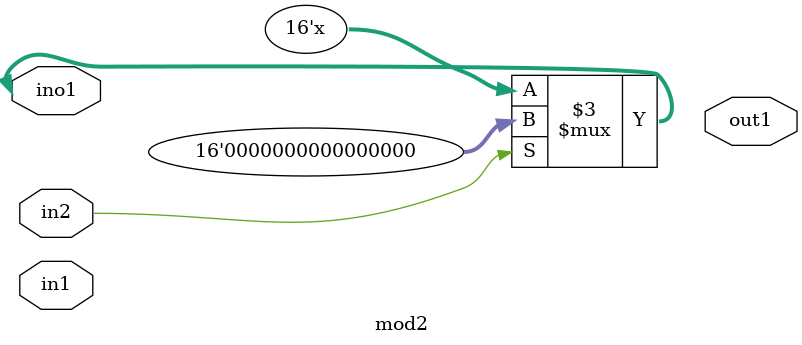
<source format=v>
module mod2 (
  in1,
  in2,
  ino1,
  out1
);
  input in1;
  input in2;
  inout [15:0] ino1;
  output out1;

  always @(in1) begin
    if (in2)
      ino1 = 16'b0; 
  end
  
endmodule

</source>
